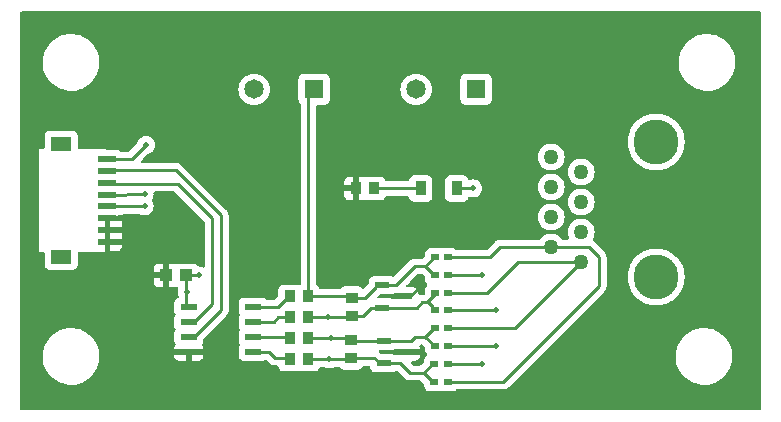
<source format=gbr>
%TF.GenerationSoftware,KiCad,Pcbnew,7.0.1*%
%TF.CreationDate,2023-04-09T11:27:42-07:00*%
%TF.ProjectId,RS485-Module,52533438-352d-44d6-9f64-756c652e6b69,rev?*%
%TF.SameCoordinates,Original*%
%TF.FileFunction,Copper,L1,Top*%
%TF.FilePolarity,Positive*%
%FSLAX46Y46*%
G04 Gerber Fmt 4.6, Leading zero omitted, Abs format (unit mm)*
G04 Created by KiCad (PCBNEW 7.0.1) date 2023-04-09 11:27:42*
%MOMM*%
%LPD*%
G01*
G04 APERTURE LIST*
%TA.AperFunction,SMDPad,CuDef*%
%ADD10R,1.295400X0.558800*%
%TD*%
%TA.AperFunction,SMDPad,CuDef*%
%ADD11R,1.020000X0.940000*%
%TD*%
%TA.AperFunction,SMDPad,CuDef*%
%ADD12R,1.100000X1.000000*%
%TD*%
%TA.AperFunction,SMDPad,CuDef*%
%ADD13R,0.965200X1.295400*%
%TD*%
%TA.AperFunction,SMDPad,CuDef*%
%ADD14R,1.500000X0.600000*%
%TD*%
%TA.AperFunction,SMDPad,CuDef*%
%ADD15R,1.800000X1.200000*%
%TD*%
%TA.AperFunction,SMDPad,CuDef*%
%ADD16R,1.460500X0.558800*%
%TD*%
%TA.AperFunction,SMDPad,CuDef*%
%ADD17R,0.940000X1.020000*%
%TD*%
%TA.AperFunction,ComponentPad*%
%ADD18C,1.270000*%
%TD*%
%TA.AperFunction,ComponentPad*%
%ADD19C,3.810000*%
%TD*%
%TA.AperFunction,ComponentPad*%
%ADD20R,1.650000X1.650000*%
%TD*%
%TA.AperFunction,ComponentPad*%
%ADD21C,1.650000*%
%TD*%
%TA.AperFunction,SMDPad,CuDef*%
%ADD22R,0.685800X0.609600*%
%TD*%
%TA.AperFunction,ViaPad*%
%ADD23C,0.508000*%
%TD*%
%TA.AperFunction,Conductor*%
%ADD24C,0.254000*%
%TD*%
G04 APERTURE END LIST*
D10*
%TO.P,D2,3*%
%TO.N,Earth*%
X170751500Y-106934000D03*
%TO.P,D2,2*%
%TO.N,B*%
X168846500Y-107884001D03*
%TO.P,D2,1*%
%TO.N,A*%
X168846500Y-105983999D03*
%TD*%
D11*
%TO.P,R6,2*%
%TO.N,A*%
X166243000Y-107033000D03*
%TO.P,R6,1*%
%TO.N,B*%
X166243000Y-108613000D03*
%TD*%
D12*
%TO.P,C1,1*%
%TO.N,3.3V*%
X152234000Y-105156000D03*
%TO.P,C1,2*%
%TO.N,Earth*%
X150534000Y-105156000D03*
%TD*%
D13*
%TO.P,D1,1,1*%
%TO.N,Net-(D1-Pad1)*%
X172085000Y-97790000D03*
%TO.P,D1,2,2*%
%TO.N,3.3V*%
X175133000Y-97790000D03*
%TD*%
D14*
%TO.P,P1,1,1*%
%TO.N,3.3V*%
X145552000Y-95306000D03*
%TO.P,P1,2,2*%
%TO.N,MCU_TX*%
X145552000Y-96306000D03*
%TO.P,P1,3,3*%
%TO.N,MCU_RX*%
X145552000Y-97306000D03*
%TO.P,P1,4,4*%
%TO.N,3.3V*%
X145552000Y-98306000D03*
%TO.P,P1,5,5*%
X145552000Y-99306000D03*
%TO.P,P1,6,6*%
%TO.N,Earth*%
X145552000Y-100306000D03*
%TO.P,P1,7,7*%
X145552000Y-101306000D03*
%TO.P,P1,8,8*%
X145552000Y-102306000D03*
D15*
%TO.P,P1,S1*%
%TO.N,N/C*%
X141652000Y-103606000D03*
%TO.P,P1,S2*%
X141652000Y-94006000D03*
%TD*%
D16*
%TO.P,U1,1,VCC*%
%TO.N,3.3V*%
X152469850Y-107823000D03*
%TO.P,U1,2,R*%
%TO.N,MCU_RX*%
X152469850Y-109093000D03*
%TO.P,U1,3,D*%
%TO.N,MCU_TX*%
X152469850Y-110363000D03*
%TO.P,U1,4,GND*%
%TO.N,Earth*%
X152469850Y-111633000D03*
%TO.P,U1,5,Y*%
%TO.N,Net-(U1-Y)*%
X157918150Y-111633000D03*
%TO.P,U1,6,Z*%
%TO.N,Net-(U1-Z)*%
X157918150Y-110363000D03*
%TO.P,U1,7,B*%
%TO.N,Net-(U1-B)*%
X157918150Y-109093000D03*
%TO.P,U1,8,A*%
%TO.N,Net-(U1-A)*%
X157918150Y-107823000D03*
%TD*%
D11*
%TO.P,R7,1*%
%TO.N,Y*%
X166196092Y-112169000D03*
%TO.P,R7,2*%
%TO.N,Z*%
X166196092Y-110589000D03*
%TD*%
D17*
%TO.P,R5,1*%
%TO.N,Net-(U1-Y)*%
X161008000Y-112268000D03*
%TO.P,R5,2*%
%TO.N,Y*%
X162588000Y-112268000D03*
%TD*%
%TO.P,R4,1*%
%TO.N,Net-(U1-Z)*%
X161008000Y-110490000D03*
%TO.P,R4,2*%
%TO.N,Z*%
X162588000Y-110490000D03*
%TD*%
%TO.P,R3,1*%
%TO.N,Net-(U1-B)*%
X161008000Y-108712000D03*
%TO.P,R3,2*%
%TO.N,B*%
X162588000Y-108712000D03*
%TD*%
%TO.P,R2,1*%
%TO.N,Net-(U1-A)*%
X161008000Y-106934000D03*
%TO.P,R2,2*%
%TO.N,A*%
X162588000Y-106934000D03*
%TD*%
%TO.P,R1,1*%
%TO.N,Earth*%
X166596000Y-97790000D03*
%TO.P,R1,2*%
%TO.N,Net-(D1-Pad1)*%
X168176000Y-97790000D03*
%TD*%
D18*
%TO.P,P4,1*%
%TO.N,Net-(J3-B)*%
X185674000Y-104013000D03*
%TO.P,P4,2*%
%TO.N,Net-(J1-B)*%
X183134000Y-102743000D03*
%TO.P,P4,3*%
%TO.N,unconnected-(P4-Pad3)*%
X185674000Y-101473000D03*
%TO.P,P4,4*%
%TO.N,unconnected-(P4-Pad4)*%
X183134000Y-100203000D03*
%TO.P,P4,5*%
%TO.N,unconnected-(P4-Pad5)*%
X185674000Y-98933000D03*
%TO.P,P4,6*%
%TO.N,unconnected-(P4-Pad6)*%
X183134000Y-97663000D03*
%TO.P,P4,7*%
%TO.N,Net-(J5-B)*%
X185674000Y-96393000D03*
%TO.P,P4,8*%
%TO.N,Net-(J7-B)*%
X183134000Y-95123000D03*
D19*
%TO.P,P4,9*%
%TO.N,N/C*%
X192024000Y-105283000D03*
%TO.P,P4,10*%
X192024000Y-93853000D03*
%TD*%
D20*
%TO.P,P3,1,5*%
%TO.N,Z*%
X176784000Y-89408000D03*
D21*
%TO.P,P3,2,6*%
%TO.N,Y*%
X171704000Y-89408000D03*
%TD*%
D20*
%TO.P,P2,1,5*%
%TO.N,A*%
X163068000Y-89408000D03*
D21*
%TO.P,P2,2,6*%
%TO.N,B*%
X157988000Y-89408000D03*
%TD*%
D22*
%TO.P,J8,1,A*%
%TO.N,Y*%
X173253400Y-112649000D03*
%TO.P,J8,2,B*%
%TO.N,Net-(J7-B)*%
X174371000Y-112649000D03*
%TD*%
%TO.P,J7,1,A*%
%TO.N,A*%
X173304200Y-105156000D03*
%TO.P,J7,2,B*%
%TO.N,Net-(J7-B)*%
X174421800Y-105156000D03*
%TD*%
%TO.P,J6,1,A*%
%TO.N,Z*%
X173304200Y-111125000D03*
%TO.P,J6,2,B*%
%TO.N,Net-(J5-B)*%
X174421800Y-111125000D03*
%TD*%
%TO.P,J5,1,A*%
%TO.N,B*%
X173304200Y-108077000D03*
%TO.P,J5,2,B*%
%TO.N,Net-(J5-B)*%
X174421800Y-108077000D03*
%TD*%
%TO.P,J4,1,A*%
%TO.N,Z*%
X173304200Y-109601000D03*
%TO.P,J4,2,B*%
%TO.N,Net-(J3-B)*%
X174421800Y-109601000D03*
%TD*%
%TO.P,J3,1,A*%
%TO.N,B*%
X173304200Y-106680000D03*
%TO.P,J3,2,B*%
%TO.N,Net-(J3-B)*%
X174421800Y-106680000D03*
%TD*%
%TO.P,J2,1,A*%
%TO.N,Y*%
X173253400Y-114173000D03*
%TO.P,J2,2,B*%
%TO.N,Net-(J1-B)*%
X174371000Y-114173000D03*
%TD*%
%TO.P,J1,1,A*%
%TO.N,A*%
X173304200Y-103632000D03*
%TO.P,J1,2,B*%
%TO.N,Net-(J1-B)*%
X174421800Y-103632000D03*
%TD*%
D10*
%TO.P,D3,1*%
%TO.N,Z*%
X168973500Y-110682999D03*
%TO.P,D3,2*%
%TO.N,Y*%
X168973500Y-112583001D03*
%TO.P,D3,3*%
%TO.N,Earth*%
X170878500Y-111633000D03*
%TD*%
D23*
%TO.N,3.3V*%
X148717000Y-99314000D03*
X148717000Y-98298000D03*
X153289000Y-105156000D03*
%TO.N,Earth*%
X171831000Y-105283000D03*
%TO.N,Z*%
X164465000Y-110490000D03*
%TO.N,Y*%
X164338000Y-112268000D03*
%TO.N,B*%
X164211000Y-108712000D03*
%TO.N,Earth*%
X165354000Y-97790000D03*
%TO.N,3.3V*%
X176530000Y-97790000D03*
%TO.N,Net-(J7-B)*%
X177292000Y-112649000D03*
%TO.N,Net-(J5-B)*%
X178435000Y-111125000D03*
X178435000Y-108077000D03*
%TO.N,Net-(J7-B)*%
X177292000Y-105156000D03*
%TO.N,Earth*%
X172212000Y-111633000D03*
X152019000Y-113157000D03*
X150749000Y-111252000D03*
X147447000Y-101219000D03*
%TO.N,3.3V*%
X148844000Y-94107000D03*
%TO.N,Earth*%
X150495000Y-106426000D03*
X149225000Y-105156000D03*
%TO.N,3.3V*%
X152273000Y-106553000D03*
%TD*%
D24*
%TO.N,Earth*%
X171831000Y-106299000D02*
X171831000Y-105283000D01*
X170751500Y-106934000D02*
X171196000Y-106934000D01*
X171196000Y-106934000D02*
X171831000Y-106299000D01*
%TO.N,Z*%
X164465000Y-110490000D02*
X166370000Y-110490000D01*
%TO.N,Y*%
X164338000Y-112268000D02*
X166243000Y-112268000D01*
%TO.N,B*%
X164211000Y-108712000D02*
X166370000Y-108712000D01*
%TO.N,A*%
X162588000Y-106934000D02*
X162588000Y-89253000D01*
X162588000Y-89253000D02*
X162814000Y-89027000D01*
%TO.N,Earth*%
X166596000Y-97790000D02*
X165354000Y-97790000D01*
%TO.N,Net-(D1-Pad1)*%
X172085000Y-97790000D02*
X168148000Y-97790000D01*
%TO.N,3.3V*%
X175133000Y-97790000D02*
X176530000Y-97790000D01*
%TO.N,Net-(J1-B)*%
X174371000Y-114173000D02*
X179070000Y-114173000D01*
X179070000Y-114173000D02*
X187198000Y-106045000D01*
X187198000Y-106045000D02*
X187198000Y-103632000D01*
X187198000Y-103632000D02*
X186309000Y-102743000D01*
X186309000Y-102743000D02*
X183134000Y-102743000D01*
%TO.N,Net-(J7-B)*%
X174371000Y-112649000D02*
X177292000Y-112649000D01*
%TO.N,Net-(J5-B)*%
X174421800Y-111125000D02*
X178435000Y-111125000D01*
%TO.N,Net-(J3-B)*%
X174421800Y-109601000D02*
X180086000Y-109601000D01*
X180086000Y-109601000D02*
X185674000Y-104013000D01*
%TO.N,Net-(J5-B)*%
X174421800Y-108077000D02*
X178435000Y-108077000D01*
%TO.N,Net-(J3-B)*%
X177673000Y-106680000D02*
X180340000Y-104013000D01*
X174421800Y-106680000D02*
X177673000Y-106680000D01*
X180340000Y-104013000D02*
X185674000Y-104013000D01*
%TO.N,Net-(J7-B)*%
X174421800Y-105156000D02*
X177292000Y-105156000D01*
%TO.N,Net-(J1-B)*%
X174421800Y-103632000D02*
X177927000Y-103632000D01*
X183134000Y-102743000D02*
X178816000Y-102743000D01*
X178816000Y-102743000D02*
X177927000Y-103632000D01*
%TO.N,A*%
X172466000Y-104394000D02*
X173101000Y-105029000D01*
X168846500Y-105983999D02*
X169987001Y-105983999D01*
X169987001Y-105983999D02*
X171577000Y-104394000D01*
X171577000Y-104394000D02*
X172466000Y-104394000D01*
X172466000Y-104394000D02*
X173101000Y-103759000D01*
%TO.N,B*%
X172212000Y-107442000D02*
X172593000Y-107442000D01*
X172593000Y-107442000D02*
X172720000Y-107442000D01*
X173304200Y-106680000D02*
X173304200Y-106730800D01*
X173304200Y-106730800D02*
X172593000Y-107442000D01*
X172720000Y-107442000D02*
X173101000Y-107823000D01*
X171769999Y-107884001D02*
X172212000Y-107442000D01*
X168846500Y-107884001D02*
X171769999Y-107884001D01*
X166243000Y-108613000D02*
X167231000Y-108613000D01*
X168529000Y-107950000D02*
X168656000Y-107823000D01*
X167231000Y-108613000D02*
X167894000Y-107950000D01*
X167894000Y-107950000D02*
X168529000Y-107950000D01*
%TO.N,A*%
X166243000Y-107033000D02*
X167414000Y-107033000D01*
X167414000Y-107033000D02*
X168275000Y-106172000D01*
%TO.N,Z*%
X172466000Y-110363000D02*
X173228000Y-109601000D01*
X168973500Y-110682999D02*
X171257001Y-110682999D01*
X171257001Y-110682999D02*
X171577000Y-110363000D01*
X171577000Y-110363000D02*
X172466000Y-110363000D01*
X172466000Y-110363000D02*
X173101000Y-110998000D01*
%TO.N,Earth*%
X170878500Y-111633000D02*
X172212000Y-111633000D01*
%TO.N,Y*%
X172339000Y-113411000D02*
X172974000Y-114046000D01*
X172974000Y-114046000D02*
X173101000Y-114046000D01*
X168973500Y-112583001D02*
X170368001Y-112583001D01*
X170368001Y-112583001D02*
X171196000Y-113411000D01*
X171196000Y-113411000D02*
X172339000Y-113411000D01*
X172339000Y-113411000D02*
X172974000Y-112776000D01*
X166196092Y-112169000D02*
X168176000Y-112169000D01*
X168176000Y-112169000D02*
X168529000Y-112522000D01*
%TO.N,Z*%
X168973500Y-110682999D02*
X166435999Y-110682999D01*
%TO.N,Y*%
X162588000Y-112268000D02*
X164338000Y-112268000D01*
%TO.N,Z*%
X162588000Y-110490000D02*
X164465000Y-110490000D01*
%TO.N,B*%
X162588000Y-108712000D02*
X164211000Y-108712000D01*
%TO.N,A*%
X162588000Y-106934000D02*
X166370000Y-106934000D01*
%TO.N,Net-(U1-Y)*%
X159766000Y-112141000D02*
X160782000Y-112141000D01*
X157918150Y-111633000D02*
X159258000Y-111633000D01*
X159258000Y-111633000D02*
X159766000Y-112141000D01*
%TO.N,Net-(U1-Z)*%
X157918150Y-110363000D02*
X160909000Y-110363000D01*
%TO.N,Net-(U1-B)*%
X157918150Y-109093000D02*
X159639000Y-109093000D01*
X159639000Y-109093000D02*
X160020000Y-108712000D01*
X160020000Y-108712000D02*
X160782000Y-108712000D01*
%TO.N,Net-(U1-A)*%
X157918150Y-107823000D02*
X160020000Y-107823000D01*
X160020000Y-107823000D02*
X160655000Y-107188000D01*
%TO.N,Earth*%
X152469850Y-112706150D02*
X152019000Y-113157000D01*
X152469850Y-111633000D02*
X152469850Y-112706150D01*
X152469850Y-111633000D02*
X151130000Y-111633000D01*
X151130000Y-111633000D02*
X150749000Y-111252000D01*
X145552000Y-101306000D02*
X147360000Y-101306000D01*
X147360000Y-101306000D02*
X147447000Y-101219000D01*
X147447000Y-101219000D02*
X147447000Y-101600000D01*
X147447000Y-101600000D02*
X146685000Y-102362000D01*
X146915000Y-100306000D02*
X147447000Y-100838000D01*
X145552000Y-100306000D02*
X146915000Y-100306000D01*
X147447000Y-100838000D02*
X147447000Y-101219000D01*
X146685000Y-102362000D02*
X146304000Y-102362000D01*
X145529000Y-101232000D02*
X145529000Y-102121000D01*
X145552000Y-101209000D02*
X145529000Y-101232000D01*
X145552000Y-100306000D02*
X145552000Y-101209000D01*
%TO.N,3.3V*%
X145552000Y-99306000D02*
X148717000Y-99314000D01*
X145552000Y-98306000D02*
X148717000Y-98298000D01*
X145552000Y-95306000D02*
X147645000Y-95306000D01*
X147645000Y-95306000D02*
X148844000Y-94107000D01*
%TO.N,MCU_TX*%
X152469850Y-110363000D02*
X152920700Y-110363000D01*
X151384000Y-96266000D02*
X145796000Y-96266000D01*
X152920700Y-110363000D02*
X155194000Y-108089700D01*
X155194000Y-108089700D02*
X155194000Y-100076000D01*
X155194000Y-100076000D02*
X151384000Y-96266000D01*
%TO.N,MCU_RX*%
X154432000Y-100330000D02*
X151511000Y-97409000D01*
X152920700Y-109093000D02*
X154432000Y-107581700D01*
X152469850Y-109093000D02*
X152920700Y-109093000D01*
X154432000Y-107581700D02*
X154432000Y-100330000D01*
X151511000Y-97409000D02*
X145796000Y-97409000D01*
%TO.N,Earth*%
X150534000Y-106465000D02*
X150534000Y-106514000D01*
X150495000Y-106426000D02*
X150534000Y-106465000D01*
X150534000Y-106387000D02*
X150495000Y-106426000D01*
X150534000Y-105156000D02*
X150534000Y-106387000D01*
X149225000Y-105156000D02*
X149352000Y-105156000D01*
X150534000Y-105156000D02*
X149225000Y-105156000D01*
%TO.N,3.3V*%
X152234000Y-105156000D02*
X153289000Y-105156000D01*
X152234000Y-106592000D02*
X152234000Y-107862000D01*
X152273000Y-106553000D02*
X152234000Y-106592000D01*
X152234000Y-106514000D02*
X152273000Y-106553000D01*
X152234000Y-106338000D02*
X152234000Y-106514000D01*
X152234000Y-105156000D02*
X152234000Y-106338000D01*
%TD*%
%TA.AperFunction,Conductor*%
%TO.N,Earth*%
G36*
X172202172Y-110999939D02*
G01*
X172242400Y-111026819D01*
X172424481Y-111208900D01*
X172451361Y-111249128D01*
X172460800Y-111296580D01*
X172460800Y-111477669D01*
X172467209Y-111537284D01*
X172484603Y-111583918D01*
X172517504Y-111672131D01*
X172591896Y-111771506D01*
X172606816Y-111791436D01*
X172630672Y-111851025D01*
X172621538Y-111914558D01*
X172581861Y-111965013D01*
X172552955Y-111986652D01*
X172466704Y-112101868D01*
X172446987Y-112154731D01*
X172416409Y-112236717D01*
X172412837Y-112269946D01*
X172410000Y-112296331D01*
X172410000Y-112401218D01*
X172400561Y-112448671D01*
X172373681Y-112488899D01*
X172115400Y-112747181D01*
X172075172Y-112774061D01*
X172027719Y-112783500D01*
X171507281Y-112783500D01*
X171459828Y-112774061D01*
X171419600Y-112747181D01*
X171296500Y-112624081D01*
X171266250Y-112574718D01*
X171261708Y-112517002D01*
X171283863Y-112463515D01*
X171327886Y-112425915D01*
X171384181Y-112412400D01*
X171574024Y-112412400D01*
X171633575Y-112405997D01*
X171768289Y-112355752D01*
X171883388Y-112269588D01*
X171969552Y-112154489D01*
X172019797Y-112019775D01*
X172026200Y-111960224D01*
X172026200Y-111883000D01*
X169935787Y-111883000D01*
X169896626Y-111876654D01*
X169866620Y-111860957D01*
X169728685Y-111809510D01*
X169708813Y-111807373D01*
X169669073Y-111803101D01*
X169669069Y-111803101D01*
X168752116Y-111803101D01*
X168706468Y-111794393D01*
X168667232Y-111769493D01*
X168649136Y-111752500D01*
X168614151Y-111719646D01*
X168611354Y-111716935D01*
X168591795Y-111697375D01*
X168588606Y-111694902D01*
X168579716Y-111687310D01*
X168569045Y-111677289D01*
X168536999Y-111628166D01*
X168531113Y-111569811D01*
X168552704Y-111515278D01*
X168596942Y-111476769D01*
X168653927Y-111462898D01*
X169669072Y-111462898D01*
X169728683Y-111456490D01*
X169863531Y-111406195D01*
X169863532Y-111406193D01*
X169866621Y-111405042D01*
X169896626Y-111389346D01*
X169935787Y-111383000D01*
X172026200Y-111383000D01*
X172026200Y-111305776D01*
X172019797Y-111246224D01*
X171986830Y-111157834D01*
X171979979Y-111099046D01*
X172001156Y-111043780D01*
X172045537Y-111004624D01*
X172103012Y-110990500D01*
X172154719Y-110990500D01*
X172202172Y-110999939D01*
G37*
%TD.AperFunction*%
%TA.AperFunction,Conductor*%
G36*
X170939500Y-106700613D02*
G01*
X170984887Y-106746000D01*
X171001500Y-106808000D01*
X171001500Y-107060000D01*
X170984887Y-107122000D01*
X170939500Y-107167387D01*
X170877500Y-107184000D01*
X169808787Y-107184000D01*
X169769626Y-107177654D01*
X169739620Y-107161957D01*
X169601685Y-107110510D01*
X169581812Y-107108373D01*
X169542073Y-107104101D01*
X169542069Y-107104101D01*
X168529679Y-107104101D01*
X168473384Y-107090586D01*
X168429361Y-107052986D01*
X168407206Y-106999499D01*
X168411748Y-106941783D01*
X168441998Y-106892420D01*
X168534201Y-106800217D01*
X168574429Y-106773337D01*
X168621882Y-106763898D01*
X169542070Y-106763898D01*
X169542072Y-106763898D01*
X169601683Y-106757490D01*
X169736531Y-106707195D01*
X169736532Y-106707193D01*
X169739621Y-106706042D01*
X169769626Y-106690346D01*
X169808787Y-106684000D01*
X170877500Y-106684000D01*
X170939500Y-106700613D01*
G37*
%TD.AperFunction*%
%TA.AperFunction,Conductor*%
G36*
X172202172Y-105030939D02*
G01*
X172242400Y-105057819D01*
X172424481Y-105239900D01*
X172451361Y-105280128D01*
X172460800Y-105327580D01*
X172460800Y-105508669D01*
X172467209Y-105568284D01*
X172477963Y-105597116D01*
X172517504Y-105703131D01*
X172552309Y-105749624D01*
X172603754Y-105818346D01*
X172604271Y-105818733D01*
X172640844Y-105862496D01*
X172653960Y-105918000D01*
X172640844Y-105973504D01*
X172604271Y-106017267D01*
X172603754Y-106017653D01*
X172517504Y-106132868D01*
X172467209Y-106267716D01*
X172466206Y-106277049D01*
X172460863Y-106326749D01*
X172460800Y-106327331D01*
X172460800Y-106635417D01*
X172451361Y-106682870D01*
X172424481Y-106723098D01*
X172371819Y-106775760D01*
X172318777Y-106807143D01*
X172287063Y-106808157D01*
X172287179Y-106811828D01*
X172204082Y-106814439D01*
X172200188Y-106814500D01*
X172172524Y-106814500D01*
X172168515Y-106815006D01*
X172156884Y-106815921D01*
X172113057Y-106817298D01*
X172093720Y-106822916D01*
X172074680Y-106826859D01*
X172039173Y-106831347D01*
X172038728Y-106827834D01*
X172009503Y-106831734D01*
X171953452Y-106811017D01*
X171913599Y-106766490D01*
X171899200Y-106708493D01*
X171899200Y-106606776D01*
X171892797Y-106547224D01*
X171842552Y-106412510D01*
X171756388Y-106297411D01*
X171641289Y-106211247D01*
X171506575Y-106161002D01*
X171447024Y-106154600D01*
X171003180Y-106154600D01*
X170946885Y-106141085D01*
X170902862Y-106103485D01*
X170880707Y-106049998D01*
X170885249Y-105992282D01*
X170915499Y-105942919D01*
X171150895Y-105707524D01*
X171800599Y-105057819D01*
X171840828Y-105030939D01*
X171888281Y-105021500D01*
X172154719Y-105021500D01*
X172202172Y-105030939D01*
G37*
%TD.AperFunction*%
%TA.AperFunction,Conductor*%
G36*
X200851500Y-82821113D02*
G01*
X200896887Y-82866500D01*
X200913500Y-82928500D01*
X200913500Y-116461500D01*
X200896887Y-116523500D01*
X200851500Y-116568887D01*
X200789500Y-116585500D01*
X138300500Y-116585500D01*
X138238500Y-116568887D01*
X138193113Y-116523500D01*
X138176500Y-116461500D01*
X138176500Y-111936903D01*
X140089794Y-111936903D01*
X140099672Y-112244972D01*
X140148867Y-112549261D01*
X140236570Y-112844760D01*
X140361334Y-113126604D01*
X140361336Y-113126608D01*
X140361337Y-113126609D01*
X140521123Y-113390193D01*
X140713304Y-113631181D01*
X140934724Y-113845614D01*
X141181747Y-114029972D01*
X141450318Y-114181228D01*
X141736025Y-114296899D01*
X142034179Y-114375084D01*
X142339883Y-114414500D01*
X142570974Y-114414500D01*
X142570978Y-114414500D01*
X142620639Y-114411311D01*
X142801601Y-114399693D01*
X143104151Y-114340772D01*
X143396683Y-114243644D01*
X143674393Y-114109907D01*
X143932720Y-113941754D01*
X143938197Y-113937092D01*
X144028342Y-113860350D01*
X144167424Y-113741948D01*
X144360502Y-113529348D01*
X144374646Y-113513774D01*
X144374647Y-113513771D01*
X144374650Y-113513769D01*
X144550996Y-113260963D01*
X144693567Y-112987683D01*
X144700117Y-112969884D01*
X144800020Y-112698416D01*
X144849861Y-112480046D01*
X144868609Y-112397908D01*
X144898206Y-112091098D01*
X144891533Y-111883000D01*
X151239600Y-111883000D01*
X151239600Y-111960224D01*
X151246002Y-112019775D01*
X151296247Y-112154489D01*
X151382411Y-112269588D01*
X151497510Y-112355752D01*
X151632224Y-112405997D01*
X151691776Y-112412400D01*
X152219850Y-112412400D01*
X152219850Y-111883000D01*
X152719850Y-111883000D01*
X152719850Y-112412400D01*
X153247924Y-112412400D01*
X153307475Y-112405997D01*
X153442189Y-112355752D01*
X153557288Y-112269588D01*
X153643452Y-112154489D01*
X153693697Y-112019775D01*
X153700095Y-111960269D01*
X156687400Y-111960269D01*
X156692352Y-112006332D01*
X156693809Y-112019883D01*
X156744104Y-112154731D01*
X156830354Y-112269946D01*
X156945569Y-112356196D01*
X157080417Y-112406491D01*
X157140027Y-112412900D01*
X158696272Y-112412899D01*
X158755883Y-112406491D01*
X158890731Y-112356196D01*
X158920836Y-112333659D01*
X158974580Y-112310643D01*
X159032900Y-112314814D01*
X159082826Y-112345245D01*
X159263624Y-112526043D01*
X159276562Y-112542192D01*
X159327845Y-112590350D01*
X159330643Y-112593062D01*
X159350204Y-112612623D01*
X159353385Y-112615090D01*
X159362282Y-112622688D01*
X159394230Y-112652691D01*
X159394232Y-112652692D01*
X159394233Y-112652693D01*
X159411878Y-112662393D01*
X159428135Y-112673072D01*
X159444038Y-112685408D01*
X159484258Y-112702812D01*
X159494749Y-112707951D01*
X159533166Y-112729072D01*
X159552675Y-112734081D01*
X159571061Y-112740376D01*
X159589541Y-112748373D01*
X159632844Y-112755231D01*
X159644247Y-112757592D01*
X159686728Y-112768500D01*
X159706865Y-112768500D01*
X159726262Y-112770026D01*
X159746133Y-112773174D01*
X159789761Y-112769049D01*
X159801429Y-112768500D01*
X159919949Y-112768500D01*
X159978077Y-112782969D01*
X160022640Y-112822999D01*
X160043239Y-112879248D01*
X160043909Y-112885484D01*
X160066178Y-112945189D01*
X160094204Y-113020331D01*
X160180454Y-113135546D01*
X160295669Y-113221796D01*
X160430517Y-113272091D01*
X160490127Y-113278500D01*
X161525872Y-113278499D01*
X161585483Y-113272091D01*
X161720331Y-113221796D01*
X161723685Y-113219284D01*
X161771640Y-113197382D01*
X161824360Y-113197382D01*
X161872314Y-113219284D01*
X161875669Y-113221796D01*
X162010517Y-113272091D01*
X162070127Y-113278500D01*
X163105872Y-113278499D01*
X163165483Y-113272091D01*
X163300331Y-113221796D01*
X163415546Y-113135546D01*
X163501796Y-113020331D01*
X163518269Y-112976164D01*
X163544707Y-112933930D01*
X163585637Y-112905512D01*
X163634450Y-112895500D01*
X163882789Y-112895500D01*
X163948760Y-112914505D01*
X164008563Y-112952082D01*
X164169046Y-113008237D01*
X164338000Y-113027274D01*
X164506954Y-113008237D01*
X164667437Y-112952082D01*
X164727239Y-112914505D01*
X164793211Y-112895500D01*
X165190833Y-112895500D01*
X165246337Y-112908616D01*
X165290100Y-112945189D01*
X165314989Y-112978437D01*
X165328546Y-112996546D01*
X165443761Y-113082796D01*
X165578609Y-113133091D01*
X165638219Y-113139500D01*
X166753964Y-113139499D01*
X166813575Y-113133091D01*
X166948423Y-113082796D01*
X167063638Y-112996546D01*
X167149888Y-112881331D01*
X167151441Y-112877165D01*
X167177881Y-112834930D01*
X167218811Y-112806512D01*
X167267623Y-112796500D01*
X167701686Y-112796500D01*
X167759814Y-112810969D01*
X167804377Y-112850998D01*
X167824976Y-112907247D01*
X167831709Y-112969885D01*
X167841653Y-112996545D01*
X167882004Y-113104732D01*
X167968254Y-113219947D01*
X168083469Y-113306197D01*
X168218317Y-113356492D01*
X168277927Y-113362901D01*
X169669072Y-113362900D01*
X169728683Y-113356492D01*
X169863531Y-113306197D01*
X169958325Y-113235233D01*
X169993477Y-113216847D01*
X170032636Y-113210501D01*
X170056720Y-113210501D01*
X170104173Y-113219940D01*
X170144401Y-113246820D01*
X170693624Y-113796043D01*
X170706562Y-113812192D01*
X170757845Y-113860350D01*
X170760644Y-113863062D01*
X170780204Y-113882623D01*
X170783385Y-113885090D01*
X170792282Y-113892688D01*
X170824230Y-113922691D01*
X170824232Y-113922692D01*
X170824233Y-113922693D01*
X170841878Y-113932393D01*
X170858135Y-113943072D01*
X170874038Y-113955408D01*
X170914258Y-113972812D01*
X170924749Y-113977951D01*
X170963166Y-113999072D01*
X170982675Y-114004081D01*
X171001061Y-114010376D01*
X171019541Y-114018373D01*
X171062844Y-114025231D01*
X171074247Y-114027592D01*
X171116728Y-114038500D01*
X171136865Y-114038500D01*
X171156262Y-114040026D01*
X171176133Y-114043174D01*
X171219761Y-114039049D01*
X171231430Y-114038500D01*
X172027719Y-114038500D01*
X172075172Y-114047939D01*
X172115400Y-114074819D01*
X172373681Y-114333100D01*
X172400561Y-114373328D01*
X172410000Y-114420780D01*
X172410000Y-114525669D01*
X172416409Y-114585284D01*
X172434602Y-114634060D01*
X172466704Y-114720131D01*
X172552954Y-114835346D01*
X172668169Y-114921596D01*
X172803017Y-114971891D01*
X172862627Y-114978300D01*
X173644172Y-114978299D01*
X173703783Y-114971891D01*
X173768869Y-114947615D01*
X173812199Y-114939798D01*
X173855531Y-114947615D01*
X173920617Y-114971891D01*
X173980227Y-114978300D01*
X174761772Y-114978299D01*
X174821383Y-114971891D01*
X174956231Y-114921596D01*
X175071446Y-114835346D01*
X175071446Y-114835345D01*
X175084955Y-114825233D01*
X175120107Y-114806846D01*
X175159266Y-114800500D01*
X178987034Y-114800500D01*
X179007601Y-114802770D01*
X179010475Y-114802679D01*
X179010477Y-114802680D01*
X179077918Y-114800561D01*
X179081813Y-114800500D01*
X179109474Y-114800500D01*
X179109476Y-114800500D01*
X179113470Y-114799995D01*
X179125114Y-114799077D01*
X179168943Y-114797701D01*
X179188280Y-114792082D01*
X179207321Y-114788138D01*
X179227293Y-114785616D01*
X179268055Y-114769476D01*
X179279092Y-114765698D01*
X179321191Y-114753468D01*
X179338510Y-114743224D01*
X179355994Y-114734659D01*
X179374703Y-114727253D01*
X179410168Y-114701485D01*
X179419915Y-114695081D01*
X179457656Y-114672763D01*
X179471892Y-114658526D01*
X179486679Y-114645896D01*
X179502967Y-114634063D01*
X179530904Y-114600290D01*
X179538756Y-114591661D01*
X182193514Y-111936903D01*
X193683794Y-111936903D01*
X193693672Y-112244972D01*
X193742867Y-112549261D01*
X193830570Y-112844760D01*
X193955334Y-113126604D01*
X193955336Y-113126608D01*
X193955337Y-113126609D01*
X194115123Y-113390193D01*
X194307304Y-113631181D01*
X194528724Y-113845614D01*
X194775747Y-114029972D01*
X195044318Y-114181228D01*
X195330025Y-114296899D01*
X195628179Y-114375084D01*
X195933883Y-114414500D01*
X196164974Y-114414500D01*
X196164978Y-114414500D01*
X196214639Y-114411311D01*
X196395601Y-114399693D01*
X196698151Y-114340772D01*
X196990683Y-114243644D01*
X197268393Y-114109907D01*
X197526720Y-113941754D01*
X197532197Y-113937092D01*
X197622342Y-113860350D01*
X197761424Y-113741948D01*
X197954502Y-113529348D01*
X197968646Y-113513774D01*
X197968647Y-113513771D01*
X197968650Y-113513769D01*
X198144996Y-113260963D01*
X198287567Y-112987683D01*
X198294117Y-112969884D01*
X198394020Y-112698416D01*
X198443861Y-112480046D01*
X198462609Y-112397908D01*
X198492206Y-112091098D01*
X198482327Y-111783022D01*
X198433133Y-111478739D01*
X198345431Y-111183244D01*
X198341375Y-111174081D01*
X198220665Y-110901395D01*
X198210564Y-110884732D01*
X198060877Y-110637807D01*
X197868696Y-110396819D01*
X197647276Y-110182386D01*
X197620842Y-110162658D01*
X197400256Y-109998030D01*
X197400254Y-109998029D01*
X197400253Y-109998028D01*
X197131682Y-109846772D01*
X196845975Y-109731101D01*
X196611417Y-109669592D01*
X196547818Y-109652915D01*
X196280896Y-109618500D01*
X196242117Y-109613500D01*
X196011026Y-109613500D01*
X196011022Y-109613500D01*
X195780397Y-109628307D01*
X195477854Y-109687226D01*
X195371074Y-109722680D01*
X195185317Y-109784356D01*
X195185314Y-109784357D01*
X195185312Y-109784358D01*
X194907612Y-109918089D01*
X194649274Y-110086249D01*
X194414575Y-110286052D01*
X194207353Y-110514225D01*
X194031002Y-110767039D01*
X193888432Y-111040316D01*
X193781979Y-111329583D01*
X193713390Y-111630092D01*
X193683794Y-111936903D01*
X182193514Y-111936903D01*
X187583044Y-106547373D01*
X187599190Y-106534439D01*
X187601159Y-106532341D01*
X187601162Y-106532340D01*
X187647383Y-106483118D01*
X187650001Y-106480416D01*
X187669623Y-106460796D01*
X187672100Y-106457601D01*
X187679681Y-106448724D01*
X187709693Y-106416767D01*
X187719392Y-106399122D01*
X187730071Y-106382864D01*
X187742408Y-106366962D01*
X187759815Y-106326734D01*
X187764951Y-106316251D01*
X187786072Y-106277834D01*
X187791077Y-106258340D01*
X187797383Y-106239923D01*
X187805373Y-106221460D01*
X187805372Y-106221460D01*
X187805374Y-106221458D01*
X187812231Y-106178155D01*
X187814596Y-106166736D01*
X187825500Y-106124272D01*
X187825500Y-106104142D01*
X187827027Y-106084743D01*
X187827123Y-106084134D01*
X187830175Y-106064867D01*
X187826050Y-106021230D01*
X187825500Y-106009561D01*
X187825500Y-105283000D01*
X189613743Y-105283000D01*
X189632749Y-105585079D01*
X189689467Y-105882409D01*
X189777908Y-106154600D01*
X189783001Y-106170274D01*
X189911877Y-106444150D01*
X190074062Y-106699713D01*
X190157206Y-106800217D01*
X190266998Y-106932933D01*
X190487646Y-107140136D01*
X190732519Y-107318046D01*
X190971633Y-107449500D01*
X190997763Y-107463865D01*
X191279190Y-107575290D01*
X191572363Y-107650564D01*
X191796784Y-107678914D01*
X191872657Y-107688500D01*
X191872659Y-107688500D01*
X192175341Y-107688500D01*
X192175343Y-107688500D01*
X192242704Y-107679989D01*
X192475637Y-107650564D01*
X192768810Y-107575290D01*
X193050237Y-107463865D01*
X193315480Y-107318046D01*
X193345328Y-107296360D01*
X193560353Y-107140136D01*
X193613118Y-107090586D01*
X193781001Y-106932934D01*
X193973938Y-106699713D01*
X194136123Y-106444150D01*
X194264999Y-106170274D01*
X194358533Y-105882406D01*
X194415250Y-105585085D01*
X194434256Y-105283000D01*
X194415250Y-104980915D01*
X194358533Y-104683594D01*
X194347551Y-104649796D01*
X194289755Y-104471918D01*
X194264999Y-104395726D01*
X194136123Y-104121850D01*
X193973938Y-103866287D01*
X193781001Y-103633066D01*
X193735364Y-103590210D01*
X193560353Y-103425863D01*
X193315480Y-103247953D01*
X193050238Y-103102135D01*
X192859345Y-103026555D01*
X192768810Y-102990710D01*
X192768808Y-102990709D01*
X192768807Y-102990709D01*
X192475638Y-102915436D01*
X192175343Y-102877500D01*
X192175341Y-102877500D01*
X191872659Y-102877500D01*
X191872657Y-102877500D01*
X191572361Y-102915436D01*
X191279192Y-102990709D01*
X190997761Y-103102135D01*
X190732519Y-103247953D01*
X190487646Y-103425863D01*
X190266998Y-103633066D01*
X190074700Y-103865516D01*
X190074062Y-103866287D01*
X189957062Y-104050650D01*
X189911877Y-104121850D01*
X189782999Y-104395730D01*
X189689467Y-104683590D01*
X189632749Y-104980920D01*
X189613743Y-105283000D01*
X187825500Y-105283000D01*
X187825500Y-103714966D01*
X187827770Y-103694398D01*
X187825561Y-103624081D01*
X187825500Y-103620187D01*
X187825500Y-103592525D01*
X187825500Y-103592524D01*
X187824993Y-103588517D01*
X187824077Y-103576869D01*
X187822701Y-103533057D01*
X187817083Y-103513722D01*
X187813138Y-103494679D01*
X187810616Y-103474707D01*
X187794481Y-103433955D01*
X187790698Y-103422907D01*
X187778468Y-103380809D01*
X187768222Y-103363485D01*
X187759661Y-103346009D01*
X187752253Y-103327297D01*
X187726489Y-103291837D01*
X187720074Y-103282070D01*
X187697763Y-103244344D01*
X187683530Y-103230111D01*
X187670893Y-103215316D01*
X187659063Y-103199033D01*
X187659060Y-103199031D01*
X187659060Y-103199030D01*
X187625287Y-103171090D01*
X187616647Y-103163228D01*
X186811375Y-102357956D01*
X186798439Y-102341809D01*
X186747153Y-102293648D01*
X186744354Y-102290935D01*
X186724795Y-102271375D01*
X186721606Y-102268902D01*
X186712716Y-102261310D01*
X186669347Y-102220583D01*
X186672013Y-102217743D01*
X186648616Y-102195555D01*
X186630004Y-102135885D01*
X186642864Y-102074717D01*
X186643555Y-102073328D01*
X186643558Y-102073325D01*
X186737359Y-101884947D01*
X186737360Y-101884944D01*
X186794948Y-101682544D01*
X186801577Y-101611000D01*
X186814365Y-101473000D01*
X186798319Y-101299832D01*
X186794948Y-101263455D01*
X186737359Y-101061052D01*
X186643560Y-100872677D01*
X186516739Y-100704739D01*
X186361225Y-100562970D01*
X186182304Y-100452187D01*
X186079968Y-100412542D01*
X185986076Y-100376168D01*
X185779220Y-100337500D01*
X185568780Y-100337500D01*
X185361923Y-100376168D01*
X185361924Y-100376168D01*
X185165695Y-100452187D01*
X184986774Y-100562970D01*
X184831260Y-100704739D01*
X184704439Y-100872677D01*
X184610640Y-101061052D01*
X184553051Y-101263455D01*
X184533635Y-101473000D01*
X184553051Y-101682544D01*
X184610639Y-101884944D01*
X184636176Y-101936228D01*
X184649044Y-101997226D01*
X184630603Y-102056777D01*
X184585515Y-102099829D01*
X184525176Y-102115500D01*
X184144781Y-102115500D01*
X184089509Y-102102500D01*
X184045827Y-102066227D01*
X183976739Y-101974739D01*
X183821225Y-101832970D01*
X183642304Y-101722187D01*
X183465838Y-101653824D01*
X183446076Y-101646168D01*
X183239220Y-101607500D01*
X183028780Y-101607500D01*
X182821924Y-101646167D01*
X182821924Y-101646168D01*
X182625695Y-101722187D01*
X182446774Y-101832970D01*
X182291260Y-101974739D01*
X182222173Y-102066227D01*
X182178491Y-102102500D01*
X182123219Y-102115500D01*
X178898966Y-102115500D01*
X178878398Y-102113229D01*
X178808081Y-102115439D01*
X178804187Y-102115500D01*
X178776524Y-102115500D01*
X178772515Y-102116006D01*
X178760883Y-102116921D01*
X178717056Y-102118298D01*
X178697717Y-102123917D01*
X178678667Y-102127862D01*
X178658707Y-102130383D01*
X178617951Y-102146519D01*
X178606905Y-102150301D01*
X178564806Y-102162532D01*
X178547480Y-102172779D01*
X178530012Y-102181336D01*
X178511295Y-102188746D01*
X178475825Y-102214516D01*
X178466067Y-102220927D01*
X178428344Y-102243237D01*
X178428342Y-102243238D01*
X178428343Y-102243238D01*
X178414107Y-102257473D01*
X178399319Y-102270103D01*
X178383033Y-102281936D01*
X178355091Y-102315711D01*
X178347230Y-102324349D01*
X177703400Y-102968181D01*
X177663172Y-102995061D01*
X177615719Y-103004500D01*
X175210066Y-103004500D01*
X175170907Y-102998154D01*
X175135755Y-102979767D01*
X175113608Y-102963188D01*
X175007031Y-102883404D01*
X174872183Y-102833109D01*
X174812573Y-102826700D01*
X174812569Y-102826700D01*
X174031030Y-102826700D01*
X173971414Y-102833109D01*
X173906332Y-102857383D01*
X173863000Y-102865201D01*
X173819668Y-102857383D01*
X173754586Y-102833109D01*
X173729035Y-102830362D01*
X173694973Y-102826700D01*
X173694969Y-102826700D01*
X172913430Y-102826700D01*
X172853815Y-102833109D01*
X172718969Y-102883404D01*
X172603754Y-102969654D01*
X172517504Y-103084868D01*
X172467209Y-103219716D01*
X172460800Y-103279331D01*
X172460800Y-103460418D01*
X172451361Y-103507871D01*
X172424481Y-103548099D01*
X172242400Y-103730181D01*
X172202172Y-103757061D01*
X172154719Y-103766500D01*
X171659966Y-103766500D01*
X171639399Y-103764229D01*
X171569095Y-103766439D01*
X171565200Y-103766500D01*
X171537523Y-103766500D01*
X171533506Y-103767007D01*
X171521874Y-103767922D01*
X171478057Y-103769299D01*
X171458724Y-103774916D01*
X171439678Y-103778860D01*
X171419705Y-103781383D01*
X171378953Y-103797518D01*
X171367905Y-103801301D01*
X171325807Y-103813532D01*
X171308480Y-103823779D01*
X171291012Y-103832336D01*
X171272295Y-103839746D01*
X171236825Y-103865516D01*
X171227067Y-103871927D01*
X171189344Y-103894237D01*
X171189342Y-103894238D01*
X171189343Y-103894238D01*
X171175107Y-103908473D01*
X171160319Y-103921103D01*
X171144033Y-103932936D01*
X171116091Y-103966711D01*
X171108230Y-103975349D01*
X169855696Y-105227883D01*
X169816828Y-105254190D01*
X169770966Y-105264167D01*
X169724684Y-105256384D01*
X169601683Y-105210508D01*
X169542073Y-105204099D01*
X169542069Y-105204099D01*
X168150930Y-105204099D01*
X168091315Y-105210508D01*
X167956469Y-105260803D01*
X167841254Y-105347053D01*
X167755004Y-105462267D01*
X167704709Y-105597115D01*
X167698300Y-105656730D01*
X167698300Y-105809918D01*
X167688861Y-105857371D01*
X167661981Y-105897599D01*
X167316015Y-106243564D01*
X167254693Y-106277049D01*
X167185002Y-106272065D01*
X167129068Y-106230195D01*
X167110547Y-106205454D01*
X166995331Y-106119204D01*
X166860483Y-106068909D01*
X166860482Y-106068908D01*
X166800873Y-106062500D01*
X166800869Y-106062500D01*
X165685130Y-106062500D01*
X165625515Y-106068909D01*
X165490669Y-106119204D01*
X165375453Y-106205454D01*
X165337008Y-106256811D01*
X165293245Y-106293384D01*
X165237741Y-106306500D01*
X163634450Y-106306500D01*
X163585637Y-106296488D01*
X163544707Y-106268070D01*
X163518268Y-106225834D01*
X163513915Y-106214162D01*
X163501796Y-106181669D01*
X163415546Y-106066454D01*
X163300331Y-105980204D01*
X163296165Y-105978650D01*
X163253930Y-105952211D01*
X163225512Y-105911281D01*
X163215500Y-105862469D01*
X163215500Y-100202999D01*
X181993635Y-100202999D01*
X182013051Y-100412544D01*
X182070640Y-100614947D01*
X182164439Y-100803322D01*
X182291260Y-100971260D01*
X182446774Y-101113029D01*
X182446776Y-101113030D01*
X182446777Y-101113031D01*
X182625696Y-101223813D01*
X182821924Y-101299832D01*
X183028780Y-101338500D01*
X183239218Y-101338500D01*
X183239220Y-101338500D01*
X183446076Y-101299832D01*
X183642304Y-101223813D01*
X183821223Y-101113031D01*
X183976740Y-100971259D01*
X184103558Y-100803325D01*
X184103558Y-100803323D01*
X184103560Y-100803322D01*
X184197359Y-100614947D01*
X184254948Y-100412544D01*
X184258319Y-100376168D01*
X184274365Y-100203000D01*
X184258319Y-100029832D01*
X184254948Y-99993455D01*
X184197359Y-99791052D01*
X184103560Y-99602677D01*
X183976739Y-99434739D01*
X183821225Y-99292970D01*
X183642304Y-99182187D01*
X183546437Y-99145048D01*
X183446076Y-99106168D01*
X183239220Y-99067500D01*
X183028780Y-99067500D01*
X182821924Y-99106167D01*
X182821924Y-99106168D01*
X182625695Y-99182187D01*
X182446774Y-99292970D01*
X182291260Y-99434739D01*
X182164439Y-99602677D01*
X182070640Y-99791052D01*
X182013051Y-99993455D01*
X181993635Y-100202999D01*
X163215500Y-100202999D01*
X163215500Y-98040000D01*
X165626000Y-98040000D01*
X165626000Y-98347824D01*
X165632402Y-98407375D01*
X165682647Y-98542089D01*
X165768811Y-98657188D01*
X165883910Y-98743352D01*
X166018624Y-98793597D01*
X166078176Y-98800000D01*
X166346000Y-98800000D01*
X166846000Y-98800000D01*
X167113824Y-98800000D01*
X167173377Y-98793597D01*
X167308089Y-98743352D01*
X167311268Y-98740973D01*
X167359222Y-98719071D01*
X167411940Y-98719070D01*
X167459892Y-98740968D01*
X167463669Y-98743796D01*
X167598517Y-98794091D01*
X167658127Y-98800500D01*
X168693872Y-98800499D01*
X168753483Y-98794091D01*
X168888331Y-98743796D01*
X169003546Y-98657546D01*
X169089796Y-98542331D01*
X169106269Y-98498164D01*
X169132707Y-98455930D01*
X169173637Y-98427512D01*
X169222450Y-98417500D01*
X170983199Y-98417500D01*
X171041328Y-98431969D01*
X171085891Y-98471999D01*
X171106488Y-98528246D01*
X171107964Y-98541979D01*
X171108309Y-98545184D01*
X171133456Y-98612607D01*
X171158604Y-98680031D01*
X171244854Y-98795246D01*
X171360069Y-98881496D01*
X171494917Y-98931791D01*
X171554527Y-98938200D01*
X172615472Y-98938199D01*
X172675083Y-98931791D01*
X172809931Y-98881496D01*
X172925146Y-98795246D01*
X173011396Y-98680031D01*
X173061691Y-98545183D01*
X173068100Y-98485573D01*
X173068100Y-98485569D01*
X174149900Y-98485569D01*
X174156309Y-98545184D01*
X174181456Y-98612607D01*
X174206604Y-98680031D01*
X174292854Y-98795246D01*
X174408069Y-98881496D01*
X174542917Y-98931791D01*
X174602527Y-98938200D01*
X175663472Y-98938199D01*
X175711845Y-98932999D01*
X184533635Y-98932999D01*
X184553051Y-99142544D01*
X184610640Y-99344947D01*
X184704439Y-99533322D01*
X184831260Y-99701260D01*
X184986774Y-99843029D01*
X184986776Y-99843030D01*
X184986777Y-99843031D01*
X185165696Y-99953813D01*
X185361924Y-100029832D01*
X185568780Y-100068500D01*
X185779218Y-100068500D01*
X185779220Y-100068500D01*
X185986076Y-100029832D01*
X186182304Y-99953813D01*
X186361223Y-99843031D01*
X186516740Y-99701259D01*
X186643558Y-99533325D01*
X186643558Y-99533323D01*
X186643560Y-99533322D01*
X186737359Y-99344947D01*
X186794948Y-99142544D01*
X186798319Y-99106168D01*
X186814365Y-98933000D01*
X186799501Y-98772598D01*
X186794948Y-98723455D01*
X186737359Y-98521052D01*
X186643560Y-98332677D01*
X186516739Y-98164739D01*
X186361225Y-98022970D01*
X186182304Y-97912187D01*
X186079968Y-97872542D01*
X185986076Y-97836168D01*
X185779220Y-97797500D01*
X185568780Y-97797500D01*
X185361924Y-97836167D01*
X185361924Y-97836168D01*
X185165695Y-97912187D01*
X184986774Y-98022970D01*
X184831260Y-98164739D01*
X184704439Y-98332677D01*
X184610640Y-98521052D01*
X184553051Y-98723455D01*
X184533635Y-98932999D01*
X175711845Y-98932999D01*
X175723083Y-98931791D01*
X175857931Y-98881496D01*
X175973146Y-98795246D01*
X176059396Y-98680031D01*
X176101181Y-98567998D01*
X176137765Y-98516252D01*
X176195139Y-98489340D01*
X176258317Y-98494290D01*
X176361046Y-98530237D01*
X176530000Y-98549274D01*
X176698954Y-98530237D01*
X176859437Y-98474082D01*
X177003400Y-98383624D01*
X177123624Y-98263400D01*
X177214082Y-98119437D01*
X177270237Y-97958954D01*
X177289274Y-97790000D01*
X177274964Y-97663000D01*
X181993635Y-97663000D01*
X182013051Y-97872544D01*
X182070640Y-98074947D01*
X182164439Y-98263322D01*
X182291260Y-98431260D01*
X182446774Y-98573029D01*
X182446776Y-98573030D01*
X182446777Y-98573031D01*
X182625696Y-98683813D01*
X182821924Y-98759832D01*
X183028780Y-98798500D01*
X183239218Y-98798500D01*
X183239220Y-98798500D01*
X183446076Y-98759832D01*
X183642304Y-98683813D01*
X183821223Y-98573031D01*
X183976740Y-98431259D01*
X184103558Y-98263325D01*
X184103558Y-98263323D01*
X184103560Y-98263322D01*
X184197359Y-98074947D01*
X184254948Y-97872544D01*
X184258319Y-97836168D01*
X184274365Y-97663000D01*
X184258319Y-97489832D01*
X184254948Y-97453455D01*
X184197359Y-97251052D01*
X184103560Y-97062677D01*
X183976739Y-96894739D01*
X183821225Y-96752970D01*
X183642304Y-96642187D01*
X183539968Y-96602542D01*
X183446076Y-96566168D01*
X183239220Y-96527500D01*
X183028780Y-96527500D01*
X182821923Y-96566168D01*
X182821924Y-96566168D01*
X182625695Y-96642187D01*
X182446774Y-96752970D01*
X182291260Y-96894739D01*
X182164439Y-97062677D01*
X182070640Y-97251052D01*
X182013051Y-97453455D01*
X181993635Y-97663000D01*
X177274964Y-97663000D01*
X177270237Y-97621046D01*
X177214082Y-97460563D01*
X177123624Y-97316600D01*
X177123623Y-97316599D01*
X177123622Y-97316597D01*
X177003402Y-97196377D01*
X176859437Y-97105918D01*
X176698951Y-97049762D01*
X176530000Y-97030725D01*
X176361048Y-97049762D01*
X176258317Y-97085709D01*
X176195138Y-97090659D01*
X176137765Y-97063747D01*
X176101181Y-97012001D01*
X176059396Y-96899969D01*
X175973146Y-96784754D01*
X175857931Y-96698504D01*
X175723083Y-96648209D01*
X175663473Y-96641800D01*
X175663469Y-96641800D01*
X174602530Y-96641800D01*
X174542915Y-96648209D01*
X174408069Y-96698504D01*
X174292854Y-96784754D01*
X174206604Y-96899968D01*
X174156309Y-97034815D01*
X174156309Y-97034817D01*
X174150838Y-97085709D01*
X174149900Y-97094430D01*
X174149900Y-98485569D01*
X173068100Y-98485569D01*
X173068099Y-97094428D01*
X173061691Y-97034817D01*
X173011396Y-96899969D01*
X172925146Y-96784754D01*
X172809931Y-96698504D01*
X172675083Y-96648209D01*
X172615473Y-96641800D01*
X172615469Y-96641800D01*
X171554530Y-96641800D01*
X171494915Y-96648209D01*
X171360069Y-96698504D01*
X171244854Y-96784754D01*
X171158604Y-96899968D01*
X171108307Y-97034820D01*
X171106487Y-97051755D01*
X171085888Y-97108003D01*
X171041326Y-97148032D01*
X170983198Y-97162500D01*
X169222450Y-97162500D01*
X169173637Y-97152488D01*
X169132707Y-97124070D01*
X169106268Y-97081834D01*
X169099123Y-97062677D01*
X169089796Y-97037669D01*
X169003546Y-96922454D01*
X168888331Y-96836204D01*
X168753483Y-96785909D01*
X168693873Y-96779500D01*
X168693869Y-96779500D01*
X167658130Y-96779500D01*
X167598515Y-96785909D01*
X167463667Y-96836204D01*
X167459891Y-96839032D01*
X167411940Y-96860929D01*
X167359225Y-96860929D01*
X167311274Y-96839031D01*
X167308091Y-96836648D01*
X167173375Y-96786402D01*
X167113824Y-96780000D01*
X166846000Y-96780000D01*
X166846000Y-98800000D01*
X166346000Y-98800000D01*
X166346000Y-98040000D01*
X165626000Y-98040000D01*
X163215500Y-98040000D01*
X163215500Y-97540000D01*
X165626000Y-97540000D01*
X166346000Y-97540000D01*
X166346000Y-96780000D01*
X166078176Y-96780000D01*
X166018624Y-96786402D01*
X165883910Y-96836647D01*
X165768811Y-96922811D01*
X165682647Y-97037910D01*
X165632402Y-97172624D01*
X165626000Y-97232176D01*
X165626000Y-97540000D01*
X163215500Y-97540000D01*
X163215500Y-96392999D01*
X184533635Y-96392999D01*
X184553051Y-96602544D01*
X184610640Y-96804947D01*
X184704439Y-96993322D01*
X184831260Y-97161260D01*
X184986774Y-97303029D01*
X184986776Y-97303030D01*
X184986777Y-97303031D01*
X185165696Y-97413813D01*
X185361924Y-97489832D01*
X185568780Y-97528500D01*
X185779218Y-97528500D01*
X185779220Y-97528500D01*
X185986076Y-97489832D01*
X186182304Y-97413813D01*
X186361223Y-97303031D01*
X186516740Y-97161259D01*
X186643558Y-96993325D01*
X186643558Y-96993323D01*
X186643560Y-96993322D01*
X186737359Y-96804947D01*
X186794948Y-96602544D01*
X186798319Y-96566168D01*
X186814365Y-96393000D01*
X186798319Y-96219832D01*
X186794948Y-96183455D01*
X186737359Y-95981052D01*
X186643560Y-95792677D01*
X186516739Y-95624739D01*
X186361225Y-95482970D01*
X186182304Y-95372187D01*
X186079968Y-95332542D01*
X185986076Y-95296168D01*
X185779220Y-95257500D01*
X185568780Y-95257500D01*
X185361923Y-95296168D01*
X185361924Y-95296168D01*
X185165695Y-95372187D01*
X184986774Y-95482970D01*
X184831260Y-95624739D01*
X184704439Y-95792677D01*
X184610640Y-95981052D01*
X184553051Y-96183455D01*
X184533635Y-96392999D01*
X163215500Y-96392999D01*
X163215500Y-95123000D01*
X181993635Y-95123000D01*
X182013051Y-95332544D01*
X182070640Y-95534947D01*
X182164439Y-95723322D01*
X182291260Y-95891260D01*
X182446774Y-96033029D01*
X182446776Y-96033030D01*
X182446777Y-96033031D01*
X182625696Y-96143813D01*
X182821924Y-96219832D01*
X183028780Y-96258500D01*
X183239218Y-96258500D01*
X183239220Y-96258500D01*
X183446076Y-96219832D01*
X183642304Y-96143813D01*
X183821223Y-96033031D01*
X183976740Y-95891259D01*
X184103558Y-95723325D01*
X184103558Y-95723323D01*
X184103560Y-95723322D01*
X184197359Y-95534947D01*
X184254948Y-95332544D01*
X184260770Y-95269713D01*
X184274365Y-95123000D01*
X184254948Y-94913458D01*
X184254948Y-94913455D01*
X184197359Y-94711052D01*
X184103560Y-94522677D01*
X183976739Y-94354739D01*
X183821225Y-94212970D01*
X183642304Y-94102187D01*
X183642303Y-94102186D01*
X183446076Y-94026168D01*
X183239220Y-93987500D01*
X183028780Y-93987500D01*
X182821924Y-94026167D01*
X182821924Y-94026168D01*
X182625695Y-94102187D01*
X182446774Y-94212970D01*
X182291260Y-94354739D01*
X182164439Y-94522677D01*
X182070640Y-94711052D01*
X182013051Y-94913455D01*
X181993635Y-95123000D01*
X163215500Y-95123000D01*
X163215500Y-93852999D01*
X189613743Y-93852999D01*
X189632749Y-94155079D01*
X189689467Y-94452409D01*
X189782999Y-94740269D01*
X189783001Y-94740274D01*
X189911877Y-95014150D01*
X190074062Y-95269713D01*
X190158836Y-95372187D01*
X190266998Y-95502933D01*
X190487646Y-95710136D01*
X190732519Y-95888046D01*
X190996242Y-96033029D01*
X190997763Y-96033865D01*
X191279190Y-96145290D01*
X191572363Y-96220564D01*
X191796785Y-96248914D01*
X191872657Y-96258500D01*
X191872659Y-96258500D01*
X192175341Y-96258500D01*
X192175343Y-96258500D01*
X192242704Y-96249989D01*
X192475637Y-96220564D01*
X192768810Y-96145290D01*
X193050237Y-96033865D01*
X193315480Y-95888046D01*
X193417484Y-95813936D01*
X193560353Y-95710136D01*
X193606693Y-95666620D01*
X193781001Y-95502934D01*
X193973938Y-95269713D01*
X194136123Y-95014150D01*
X194264999Y-94740274D01*
X194358533Y-94452406D01*
X194415250Y-94155085D01*
X194434256Y-93853000D01*
X194415250Y-93550915D01*
X194358533Y-93253594D01*
X194264999Y-92965726D01*
X194136123Y-92691850D01*
X193973938Y-92436287D01*
X193781001Y-92203066D01*
X193560353Y-91995863D01*
X193315480Y-91817953D01*
X193050238Y-91672135D01*
X192768807Y-91560709D01*
X192475638Y-91485436D01*
X192175343Y-91447500D01*
X192175341Y-91447500D01*
X191872659Y-91447500D01*
X191872657Y-91447500D01*
X191572361Y-91485436D01*
X191279192Y-91560709D01*
X190997761Y-91672135D01*
X190732519Y-91817953D01*
X190487646Y-91995863D01*
X190266998Y-92203066D01*
X190074065Y-92436283D01*
X189911877Y-92691850D01*
X189782999Y-92965730D01*
X189689467Y-93253590D01*
X189632749Y-93550920D01*
X189613743Y-93852999D01*
X163215500Y-93852999D01*
X163215500Y-90857499D01*
X163232113Y-90795499D01*
X163277500Y-90750112D01*
X163339500Y-90733499D01*
X163940870Y-90733499D01*
X163940872Y-90733499D01*
X164000483Y-90727091D01*
X164135331Y-90676796D01*
X164250546Y-90590546D01*
X164336796Y-90475331D01*
X164387091Y-90340483D01*
X164393500Y-90280873D01*
X164393499Y-89408000D01*
X170373436Y-89408000D01*
X170393650Y-89639047D01*
X170393651Y-89639050D01*
X170453680Y-89863079D01*
X170551699Y-90073282D01*
X170684730Y-90263269D01*
X170848731Y-90427270D01*
X171038718Y-90560301D01*
X171248921Y-90658320D01*
X171472950Y-90718349D01*
X171572873Y-90727091D01*
X171703999Y-90738563D01*
X171703999Y-90738562D01*
X171704000Y-90738563D01*
X171935050Y-90718349D01*
X172159079Y-90658320D01*
X172369282Y-90560301D01*
X172559269Y-90427270D01*
X172705670Y-90280869D01*
X175458500Y-90280869D01*
X175464909Y-90340483D01*
X175515204Y-90475331D01*
X175601454Y-90590546D01*
X175716669Y-90676796D01*
X175851517Y-90727091D01*
X175911127Y-90733500D01*
X177656872Y-90733499D01*
X177716483Y-90727091D01*
X177851331Y-90676796D01*
X177966546Y-90590546D01*
X178052796Y-90475331D01*
X178103091Y-90340483D01*
X178109500Y-90280873D01*
X178109499Y-88535128D01*
X178103091Y-88475517D01*
X178052796Y-88340669D01*
X177966546Y-88225454D01*
X177851331Y-88139204D01*
X177716483Y-88088909D01*
X177656873Y-88082500D01*
X177656869Y-88082500D01*
X175911130Y-88082500D01*
X175851515Y-88088909D01*
X175716669Y-88139204D01*
X175601454Y-88225454D01*
X175515204Y-88340668D01*
X175464909Y-88475516D01*
X175458500Y-88535130D01*
X175458500Y-90280869D01*
X172705670Y-90280869D01*
X172723270Y-90263269D01*
X172856301Y-90073282D01*
X172954320Y-89863079D01*
X173014349Y-89639050D01*
X173034563Y-89408000D01*
X173014349Y-89176950D01*
X172954320Y-88952921D01*
X172856301Y-88742719D01*
X172723270Y-88552731D01*
X172559269Y-88388730D01*
X172369282Y-88255699D01*
X172272365Y-88210506D01*
X172159080Y-88157680D01*
X171935047Y-88097650D01*
X171704000Y-88077436D01*
X171472952Y-88097650D01*
X171248919Y-88157680D01*
X171038721Y-88255698D01*
X171038719Y-88255699D01*
X170848731Y-88388730D01*
X170848727Y-88388733D01*
X170684733Y-88552727D01*
X170684730Y-88552730D01*
X170684730Y-88552731D01*
X170554177Y-88739181D01*
X170551698Y-88742721D01*
X170453680Y-88952919D01*
X170393650Y-89176952D01*
X170373436Y-89408000D01*
X164393499Y-89408000D01*
X164393499Y-88535128D01*
X164387091Y-88475517D01*
X164336796Y-88340669D01*
X164250546Y-88225454D01*
X164135331Y-88139204D01*
X164000483Y-88088909D01*
X163940873Y-88082500D01*
X163940869Y-88082500D01*
X162195130Y-88082500D01*
X162135515Y-88088909D01*
X162000669Y-88139204D01*
X161885454Y-88225454D01*
X161799204Y-88340668D01*
X161748909Y-88475516D01*
X161742500Y-88535130D01*
X161742500Y-90280869D01*
X161748909Y-90340483D01*
X161799204Y-90475331D01*
X161862813Y-90560301D01*
X161885453Y-90590545D01*
X161910811Y-90609528D01*
X161947384Y-90653291D01*
X161960500Y-90708795D01*
X161960500Y-105862469D01*
X161950488Y-105911281D01*
X161922070Y-105952211D01*
X161879835Y-105978650D01*
X161875668Y-105980203D01*
X161872309Y-105982719D01*
X161824358Y-106004617D01*
X161771642Y-106004617D01*
X161723691Y-105982719D01*
X161720333Y-105980205D01*
X161720331Y-105980204D01*
X161585483Y-105929909D01*
X161525873Y-105923500D01*
X161525869Y-105923500D01*
X160490130Y-105923500D01*
X160430515Y-105929909D01*
X160295669Y-105980204D01*
X160180454Y-106066454D01*
X160094204Y-106181668D01*
X160058336Y-106277834D01*
X160043909Y-106316517D01*
X160038486Y-106366962D01*
X160037500Y-106376131D01*
X160037500Y-106866718D01*
X160028061Y-106914171D01*
X160001181Y-106954399D01*
X159796400Y-107159181D01*
X159756172Y-107186061D01*
X159708719Y-107195500D01*
X159059836Y-107195500D01*
X159020677Y-107189154D01*
X158985525Y-107170767D01*
X158973756Y-107161957D01*
X158890731Y-107099804D01*
X158755883Y-107049509D01*
X158696273Y-107043100D01*
X158696269Y-107043100D01*
X157140030Y-107043100D01*
X157080415Y-107049509D01*
X156945569Y-107099804D01*
X156830354Y-107186054D01*
X156744104Y-107301268D01*
X156693809Y-107436116D01*
X156687400Y-107495730D01*
X156687400Y-108150269D01*
X156693809Y-108209884D01*
X156744103Y-108344729D01*
X156744104Y-108344731D01*
X156773268Y-108383690D01*
X156795167Y-108431640D01*
X156795167Y-108484356D01*
X156773269Y-108532308D01*
X156744105Y-108571266D01*
X156693809Y-108706116D01*
X156692206Y-108721019D01*
X156687900Y-108761082D01*
X156687400Y-108765730D01*
X156687400Y-109420269D01*
X156693809Y-109479884D01*
X156743645Y-109613500D01*
X156744104Y-109614731D01*
X156773268Y-109653690D01*
X156795167Y-109701640D01*
X156795167Y-109754356D01*
X156773269Y-109802308D01*
X156744105Y-109841266D01*
X156699894Y-109959803D01*
X156693809Y-109976117D01*
X156687934Y-110030766D01*
X156687400Y-110035730D01*
X156687400Y-110690269D01*
X156693809Y-110749884D01*
X156744104Y-110884732D01*
X156773268Y-110923690D01*
X156795167Y-110971642D01*
X156795167Y-111024358D01*
X156773268Y-111072310D01*
X156744105Y-111111266D01*
X156693809Y-111246116D01*
X156693431Y-111249631D01*
X156688384Y-111296580D01*
X156687400Y-111305730D01*
X156687400Y-111960269D01*
X153700095Y-111960269D01*
X153700100Y-111960224D01*
X153700100Y-111883000D01*
X152719850Y-111883000D01*
X152219850Y-111883000D01*
X151239600Y-111883000D01*
X144891533Y-111883000D01*
X144888327Y-111783022D01*
X144839133Y-111478739D01*
X144751431Y-111183244D01*
X144747375Y-111174081D01*
X144626665Y-110901395D01*
X144616564Y-110884732D01*
X144466877Y-110637807D01*
X144274696Y-110396819D01*
X144053276Y-110182386D01*
X144026842Y-110162658D01*
X143806256Y-109998030D01*
X143806254Y-109998029D01*
X143806253Y-109998028D01*
X143537682Y-109846772D01*
X143251975Y-109731101D01*
X143017417Y-109669592D01*
X142953818Y-109652915D01*
X142686896Y-109618500D01*
X142648117Y-109613500D01*
X142417026Y-109613500D01*
X142417022Y-109613500D01*
X142186397Y-109628307D01*
X141883854Y-109687226D01*
X141777074Y-109722680D01*
X141591317Y-109784356D01*
X141591314Y-109784357D01*
X141591312Y-109784358D01*
X141313612Y-109918089D01*
X141055274Y-110086249D01*
X140820575Y-110286052D01*
X140613353Y-110514225D01*
X140437002Y-110767039D01*
X140294432Y-111040316D01*
X140187979Y-111329583D01*
X140119390Y-111630092D01*
X140089794Y-111936903D01*
X138176500Y-111936903D01*
X138176500Y-105406000D01*
X149484000Y-105406000D01*
X149484000Y-105703824D01*
X149490402Y-105763375D01*
X149540647Y-105898089D01*
X149626811Y-106013188D01*
X149741910Y-106099352D01*
X149876624Y-106149597D01*
X149936176Y-106156000D01*
X150284000Y-106156000D01*
X150284000Y-105406000D01*
X149484000Y-105406000D01*
X138176500Y-105406000D01*
X138176500Y-104906000D01*
X149484000Y-104906000D01*
X150284000Y-104906000D01*
X150284000Y-104156000D01*
X149936176Y-104156000D01*
X149876624Y-104162402D01*
X149741910Y-104212647D01*
X149626811Y-104298811D01*
X149540647Y-104413910D01*
X149490402Y-104548624D01*
X149484000Y-104608176D01*
X149484000Y-104906000D01*
X138176500Y-104906000D01*
X138176500Y-103156000D01*
X139752000Y-103156000D01*
X140127500Y-103156000D01*
X140189500Y-103172613D01*
X140234887Y-103218000D01*
X140251500Y-103280000D01*
X140251500Y-104253869D01*
X140257909Y-104313484D01*
X140267238Y-104338496D01*
X140308204Y-104448331D01*
X140394454Y-104563546D01*
X140509669Y-104649796D01*
X140644517Y-104700091D01*
X140704127Y-104706500D01*
X142599872Y-104706499D01*
X142659483Y-104700091D01*
X142794331Y-104649796D01*
X142909546Y-104563546D01*
X142995796Y-104448331D01*
X143046091Y-104313483D01*
X143052500Y-104253873D01*
X143052499Y-103279999D01*
X143069112Y-103218000D01*
X143114499Y-103172613D01*
X143176499Y-103156000D01*
X145402000Y-103156000D01*
X145402000Y-102611000D01*
X145393215Y-102602215D01*
X145364000Y-102594387D01*
X145325613Y-102556000D01*
X145802000Y-102556000D01*
X145802000Y-103106000D01*
X146349824Y-103106000D01*
X146409375Y-103099597D01*
X146544089Y-103049352D01*
X146659188Y-102963188D01*
X146745352Y-102848089D01*
X146795597Y-102713375D01*
X146802000Y-102653824D01*
X146802000Y-102556000D01*
X145802000Y-102556000D01*
X145325613Y-102556000D01*
X145318613Y-102549000D01*
X145302000Y-102487000D01*
X145302000Y-102125000D01*
X145318613Y-102063000D01*
X145364000Y-102017613D01*
X145393215Y-102009784D01*
X145402000Y-102001000D01*
X145402000Y-101611000D01*
X145393215Y-101602215D01*
X145364000Y-101594387D01*
X145325613Y-101556000D01*
X145802000Y-101556000D01*
X145802000Y-102056000D01*
X146802000Y-102056000D01*
X146802000Y-101958176D01*
X146795597Y-101898621D01*
X146777214Y-101849335D01*
X146769395Y-101806000D01*
X146777214Y-101762665D01*
X146795597Y-101713378D01*
X146802000Y-101653824D01*
X146802000Y-101556000D01*
X145802000Y-101556000D01*
X145325613Y-101556000D01*
X145318613Y-101549000D01*
X145302000Y-101487000D01*
X145302000Y-101125000D01*
X145318613Y-101063000D01*
X145364000Y-101017613D01*
X145393215Y-101009784D01*
X145402000Y-101001000D01*
X145402000Y-100611000D01*
X145393215Y-100602215D01*
X145364000Y-100594387D01*
X145325613Y-100556000D01*
X145802000Y-100556000D01*
X145802000Y-101056000D01*
X146802000Y-101056000D01*
X146802000Y-100958176D01*
X146795597Y-100898621D01*
X146777214Y-100849335D01*
X146769395Y-100806000D01*
X146777214Y-100762665D01*
X146795597Y-100713378D01*
X146802000Y-100653824D01*
X146802000Y-100556000D01*
X145802000Y-100556000D01*
X145325613Y-100556000D01*
X145318613Y-100549000D01*
X145302000Y-100487000D01*
X145302000Y-100230500D01*
X145318613Y-100168500D01*
X145364000Y-100123113D01*
X145426000Y-100106500D01*
X146349864Y-100106499D01*
X146349872Y-100106499D01*
X146409483Y-100100091D01*
X146506736Y-100063817D01*
X146550069Y-100056000D01*
X146802000Y-100056000D01*
X146803825Y-100054174D01*
X146818665Y-99998885D01*
X146864181Y-99953484D01*
X146926310Y-99936975D01*
X148260267Y-99940347D01*
X148325926Y-99959353D01*
X148353541Y-99976704D01*
X148387563Y-99998082D01*
X148548046Y-100054237D01*
X148717000Y-100073274D01*
X148885954Y-100054237D01*
X149046437Y-99998082D01*
X149190400Y-99907624D01*
X149310624Y-99787400D01*
X149401082Y-99643437D01*
X149457237Y-99482954D01*
X149476274Y-99314000D01*
X149457237Y-99145046D01*
X149401082Y-98984563D01*
X149330336Y-98871971D01*
X149311330Y-98805999D01*
X149330335Y-98740029D01*
X149401082Y-98627437D01*
X149457237Y-98466954D01*
X149476274Y-98298000D01*
X149472376Y-98263402D01*
X149462346Y-98174384D01*
X149473846Y-98106699D01*
X149519594Y-98055506D01*
X149585566Y-98036500D01*
X151199719Y-98036500D01*
X151247172Y-98045939D01*
X151287400Y-98072819D01*
X153768181Y-100553600D01*
X153795061Y-100593828D01*
X153804500Y-100641281D01*
X153804500Y-104364468D01*
X153787303Y-104427469D01*
X153740482Y-104472995D01*
X153677023Y-104488419D01*
X153632221Y-104474828D01*
X153631625Y-104476533D01*
X153618438Y-104471918D01*
X153618437Y-104471918D01*
X153457954Y-104415763D01*
X153457953Y-104415762D01*
X153457951Y-104415762D01*
X153275117Y-104395161D01*
X153275243Y-104394037D01*
X153228358Y-104387051D01*
X153178292Y-104347540D01*
X153141547Y-104298455D01*
X153136576Y-104294734D01*
X153026331Y-104212204D01*
X152891483Y-104161909D01*
X152831873Y-104155500D01*
X152831869Y-104155500D01*
X151636130Y-104155500D01*
X151576515Y-104161909D01*
X151511247Y-104186253D01*
X151441669Y-104212204D01*
X151441668Y-104212204D01*
X151426618Y-104217818D01*
X151383285Y-104225636D01*
X151339951Y-104217818D01*
X151191375Y-104162402D01*
X151131824Y-104156000D01*
X150784000Y-104156000D01*
X150784000Y-106156000D01*
X151131824Y-106156000D01*
X151191375Y-106149597D01*
X151339951Y-106094182D01*
X151383284Y-106086364D01*
X151426617Y-106094182D01*
X151441668Y-106099795D01*
X151441669Y-106099796D01*
X151496391Y-106120206D01*
X151548137Y-106156788D01*
X151575050Y-106214162D01*
X151570100Y-106277341D01*
X151532762Y-106384048D01*
X151513725Y-106552999D01*
X151532762Y-106721951D01*
X151532762Y-106721953D01*
X151532763Y-106721954D01*
X151586926Y-106876745D01*
X151593533Y-106895625D01*
X151592091Y-106896129D01*
X151606500Y-106946142D01*
X151606500Y-106972968D01*
X151596488Y-107021781D01*
X151568069Y-107062712D01*
X151525833Y-107089150D01*
X151497269Y-107099803D01*
X151382054Y-107186053D01*
X151295804Y-107301268D01*
X151245509Y-107436116D01*
X151239100Y-107495730D01*
X151239100Y-108150269D01*
X151245509Y-108209884D01*
X151295803Y-108344729D01*
X151295804Y-108344731D01*
X151324968Y-108383690D01*
X151346867Y-108431640D01*
X151346867Y-108484356D01*
X151324969Y-108532308D01*
X151295805Y-108571266D01*
X151245509Y-108706116D01*
X151243906Y-108721019D01*
X151239600Y-108761082D01*
X151239100Y-108765730D01*
X151239100Y-109420269D01*
X151245509Y-109479884D01*
X151295345Y-109613500D01*
X151295804Y-109614731D01*
X151324968Y-109653690D01*
X151346867Y-109701640D01*
X151346867Y-109754356D01*
X151324969Y-109802308D01*
X151295805Y-109841266D01*
X151251594Y-109959803D01*
X151245509Y-109976117D01*
X151239634Y-110030766D01*
X151239100Y-110035730D01*
X151239100Y-110690269D01*
X151245509Y-110749884D01*
X151270656Y-110817307D01*
X151295804Y-110884731D01*
X151325280Y-110924107D01*
X151347179Y-110972057D01*
X151347179Y-111024773D01*
X151325281Y-111072725D01*
X151296248Y-111111508D01*
X151246002Y-111246224D01*
X151239600Y-111305776D01*
X151239600Y-111383000D01*
X153700100Y-111383000D01*
X153700100Y-111305776D01*
X153693697Y-111246224D01*
X153643451Y-111111508D01*
X153614419Y-111072726D01*
X153592520Y-111024773D01*
X153592520Y-110972056D01*
X153614419Y-110924106D01*
X153643896Y-110884731D01*
X153694191Y-110749883D01*
X153700600Y-110690273D01*
X153700599Y-110521879D01*
X153710038Y-110474428D01*
X153736915Y-110434202D01*
X155579044Y-108592073D01*
X155595190Y-108579139D01*
X155597159Y-108577041D01*
X155597162Y-108577040D01*
X155643383Y-108527818D01*
X155646001Y-108525116D01*
X155665623Y-108505496D01*
X155668100Y-108502301D01*
X155675681Y-108493424D01*
X155705693Y-108461467D01*
X155715392Y-108443822D01*
X155726071Y-108427564D01*
X155738408Y-108411662D01*
X155755815Y-108371434D01*
X155760951Y-108360951D01*
X155782072Y-108322534D01*
X155787077Y-108303040D01*
X155793383Y-108284623D01*
X155801373Y-108266160D01*
X155801372Y-108266160D01*
X155801374Y-108266158D01*
X155808231Y-108222855D01*
X155810596Y-108211436D01*
X155821500Y-108168972D01*
X155821500Y-108148841D01*
X155823027Y-108129442D01*
X155826175Y-108109567D01*
X155822050Y-108065930D01*
X155821500Y-108054261D01*
X155821500Y-100158966D01*
X155823770Y-100138398D01*
X155821561Y-100068082D01*
X155821500Y-100064188D01*
X155821500Y-100036525D01*
X155820994Y-100032521D01*
X155820077Y-100020869D01*
X155818701Y-99977058D01*
X155813082Y-99957718D01*
X155809139Y-99938680D01*
X155806616Y-99918707D01*
X155790483Y-99877960D01*
X155786699Y-99866907D01*
X155774468Y-99824809D01*
X155764220Y-99807480D01*
X155755659Y-99790004D01*
X155754628Y-99787400D01*
X155748253Y-99771297D01*
X155722490Y-99735837D01*
X155716077Y-99726074D01*
X155701402Y-99701260D01*
X155693764Y-99688344D01*
X155679526Y-99674106D01*
X155666887Y-99659308D01*
X155655061Y-99643030D01*
X155621294Y-99615096D01*
X155612653Y-99607233D01*
X151886375Y-95880956D01*
X151873439Y-95864809D01*
X151822154Y-95816649D01*
X151819355Y-95813936D01*
X151799795Y-95794375D01*
X151796606Y-95791902D01*
X151787716Y-95784310D01*
X151755767Y-95754307D01*
X151753465Y-95753041D01*
X151738120Y-95744605D01*
X151721858Y-95733922D01*
X151705963Y-95721592D01*
X151665736Y-95704184D01*
X151655248Y-95699046D01*
X151616831Y-95677926D01*
X151597337Y-95672921D01*
X151578933Y-95666620D01*
X151560458Y-95658625D01*
X151517171Y-95651769D01*
X151505736Y-95649401D01*
X151463274Y-95638500D01*
X151463272Y-95638500D01*
X151443142Y-95638500D01*
X151423743Y-95636973D01*
X151403868Y-95633825D01*
X151403867Y-95633825D01*
X151383261Y-95635772D01*
X151360230Y-95637950D01*
X151348561Y-95638500D01*
X148499281Y-95638500D01*
X148442986Y-95624985D01*
X148398963Y-95587385D01*
X148376808Y-95533898D01*
X148381350Y-95476182D01*
X148411600Y-95426819D01*
X148542251Y-95296168D01*
X148959449Y-94878968D01*
X149006174Y-94849609D01*
X149012952Y-94847237D01*
X149012954Y-94847237D01*
X149173437Y-94791082D01*
X149317400Y-94700624D01*
X149437624Y-94580400D01*
X149528082Y-94436437D01*
X149584237Y-94275954D01*
X149603274Y-94107000D01*
X149584237Y-93938046D01*
X149528082Y-93777563D01*
X149437624Y-93633600D01*
X149437623Y-93633599D01*
X149437622Y-93633597D01*
X149317402Y-93513377D01*
X149173437Y-93422918D01*
X149012951Y-93366762D01*
X148844000Y-93347725D01*
X148675048Y-93366762D01*
X148514562Y-93422918D01*
X148370597Y-93513377D01*
X148250377Y-93633597D01*
X148159916Y-93777565D01*
X148101390Y-93944823D01*
X148072030Y-93991549D01*
X147421400Y-94642181D01*
X147381172Y-94669061D01*
X147333719Y-94678500D01*
X146740953Y-94678500D01*
X146701793Y-94672154D01*
X146666642Y-94653767D01*
X146659547Y-94648456D01*
X146659546Y-94648454D01*
X146544331Y-94562204D01*
X146409483Y-94511909D01*
X146349873Y-94505500D01*
X146349869Y-94505500D01*
X145502862Y-94505500D01*
X145455409Y-94496061D01*
X145415181Y-94469181D01*
X145402000Y-94456000D01*
X143176500Y-94456000D01*
X143114500Y-94439387D01*
X143069113Y-94394000D01*
X143052500Y-94332000D01*
X143052499Y-93358130D01*
X143051381Y-93347726D01*
X143046091Y-93298517D01*
X142995796Y-93163669D01*
X142909546Y-93048454D01*
X142794331Y-92962204D01*
X142659483Y-92911909D01*
X142599873Y-92905500D01*
X142599869Y-92905500D01*
X140704130Y-92905500D01*
X140644515Y-92911909D01*
X140509669Y-92962204D01*
X140394454Y-93048454D01*
X140308204Y-93163668D01*
X140257909Y-93298515D01*
X140257909Y-93298517D01*
X140251500Y-93358127D01*
X140251500Y-93853000D01*
X140251501Y-94332000D01*
X140234888Y-94394000D01*
X140189501Y-94439387D01*
X140127501Y-94456000D01*
X139752000Y-94456000D01*
X139752000Y-103156000D01*
X138176500Y-103156000D01*
X138176500Y-87044903D01*
X140089794Y-87044903D01*
X140099672Y-87352972D01*
X140148867Y-87657261D01*
X140236570Y-87952760D01*
X140361334Y-88234604D01*
X140361336Y-88234608D01*
X140361337Y-88234609D01*
X140521123Y-88498193D01*
X140713304Y-88739181D01*
X140934724Y-88953614D01*
X141181747Y-89137972D01*
X141450318Y-89289228D01*
X141736025Y-89404899D01*
X142034179Y-89483084D01*
X142339883Y-89522500D01*
X142570974Y-89522500D01*
X142570978Y-89522500D01*
X142620639Y-89519311D01*
X142801601Y-89507693D01*
X143104151Y-89448772D01*
X143226949Y-89408000D01*
X156657436Y-89408000D01*
X156677650Y-89639047D01*
X156677651Y-89639050D01*
X156737680Y-89863079D01*
X156835699Y-90073282D01*
X156968730Y-90263269D01*
X157132731Y-90427270D01*
X157322718Y-90560301D01*
X157532921Y-90658320D01*
X157756950Y-90718349D01*
X157856873Y-90727091D01*
X157987999Y-90738563D01*
X157987999Y-90738562D01*
X157988000Y-90738563D01*
X158219050Y-90718349D01*
X158443079Y-90658320D01*
X158653282Y-90560301D01*
X158843269Y-90427270D01*
X159007270Y-90263269D01*
X159140301Y-90073282D01*
X159238320Y-89863079D01*
X159298349Y-89639050D01*
X159318563Y-89408000D01*
X159298349Y-89176950D01*
X159238320Y-88952921D01*
X159140301Y-88742719D01*
X159007270Y-88552731D01*
X158843269Y-88388730D01*
X158653282Y-88255699D01*
X158556365Y-88210506D01*
X158443080Y-88157680D01*
X158219047Y-88097650D01*
X157988000Y-88077436D01*
X157756952Y-88097650D01*
X157532919Y-88157680D01*
X157322721Y-88255698D01*
X157322719Y-88255699D01*
X157132731Y-88388730D01*
X157132727Y-88388733D01*
X156968733Y-88552727D01*
X156968730Y-88552730D01*
X156968730Y-88552731D01*
X156838177Y-88739181D01*
X156835698Y-88742721D01*
X156737680Y-88952919D01*
X156677650Y-89176952D01*
X156657436Y-89408000D01*
X143226949Y-89408000D01*
X143396683Y-89351644D01*
X143674393Y-89217907D01*
X143932720Y-89049754D01*
X144167424Y-88849948D01*
X144297298Y-88706941D01*
X144374646Y-88621774D01*
X144374647Y-88621771D01*
X144374650Y-88621769D01*
X144550996Y-88368963D01*
X144693567Y-88095683D01*
X144800020Y-87806415D01*
X144868609Y-87505908D01*
X144898206Y-87199098D01*
X144893261Y-87044903D01*
X193937794Y-87044903D01*
X193947672Y-87352972D01*
X193996867Y-87657261D01*
X194084570Y-87952760D01*
X194209334Y-88234604D01*
X194209336Y-88234608D01*
X194209337Y-88234609D01*
X194369123Y-88498193D01*
X194561304Y-88739181D01*
X194782724Y-88953614D01*
X195029747Y-89137972D01*
X195298318Y-89289228D01*
X195584025Y-89404899D01*
X195882179Y-89483084D01*
X196187883Y-89522500D01*
X196418974Y-89522500D01*
X196418978Y-89522500D01*
X196468639Y-89519311D01*
X196649601Y-89507693D01*
X196952151Y-89448772D01*
X197244683Y-89351644D01*
X197522393Y-89217907D01*
X197780720Y-89049754D01*
X198015424Y-88849948D01*
X198145298Y-88706941D01*
X198222646Y-88621774D01*
X198222647Y-88621771D01*
X198222650Y-88621769D01*
X198398996Y-88368963D01*
X198541567Y-88095683D01*
X198648020Y-87806415D01*
X198716609Y-87505908D01*
X198746206Y-87199098D01*
X198736327Y-86891022D01*
X198687133Y-86586739D01*
X198599431Y-86291244D01*
X198599429Y-86291239D01*
X198474665Y-86009395D01*
X198393218Y-85875039D01*
X198314877Y-85745807D01*
X198122696Y-85504819D01*
X197901276Y-85290386D01*
X197654253Y-85106028D01*
X197385682Y-84954772D01*
X197099975Y-84839101D01*
X196865416Y-84777592D01*
X196801818Y-84760915D01*
X196549227Y-84728347D01*
X196496117Y-84721500D01*
X196265026Y-84721500D01*
X196265022Y-84721500D01*
X196034397Y-84736307D01*
X195731854Y-84795226D01*
X195599711Y-84839101D01*
X195439317Y-84892356D01*
X195439314Y-84892357D01*
X195439312Y-84892358D01*
X195161612Y-85026089D01*
X194903274Y-85194249D01*
X194668575Y-85394052D01*
X194461353Y-85622225D01*
X194285002Y-85875039D01*
X194142432Y-86148316D01*
X194035979Y-86437583D01*
X193967390Y-86738092D01*
X193937794Y-87044903D01*
X144893261Y-87044903D01*
X144888327Y-86891022D01*
X144839133Y-86586739D01*
X144751431Y-86291244D01*
X144751429Y-86291239D01*
X144626665Y-86009395D01*
X144545218Y-85875039D01*
X144466877Y-85745807D01*
X144274696Y-85504819D01*
X144053276Y-85290386D01*
X143806253Y-85106028D01*
X143537682Y-84954772D01*
X143251975Y-84839101D01*
X143017416Y-84777592D01*
X142953818Y-84760915D01*
X142701227Y-84728347D01*
X142648117Y-84721500D01*
X142417026Y-84721500D01*
X142417022Y-84721500D01*
X142186397Y-84736307D01*
X141883854Y-84795226D01*
X141751711Y-84839101D01*
X141591317Y-84892356D01*
X141591314Y-84892357D01*
X141591312Y-84892358D01*
X141313612Y-85026089D01*
X141055274Y-85194249D01*
X140820575Y-85394052D01*
X140613353Y-85622225D01*
X140437002Y-85875039D01*
X140294432Y-86148316D01*
X140187979Y-86437583D01*
X140119390Y-86738092D01*
X140089794Y-87044903D01*
X138176500Y-87044903D01*
X138176500Y-82928500D01*
X138193113Y-82866500D01*
X138238500Y-82821113D01*
X138300500Y-82804500D01*
X200789500Y-82804500D01*
X200851500Y-82821113D01*
G37*
%TD.AperFunction*%
%TD*%
M02*

</source>
